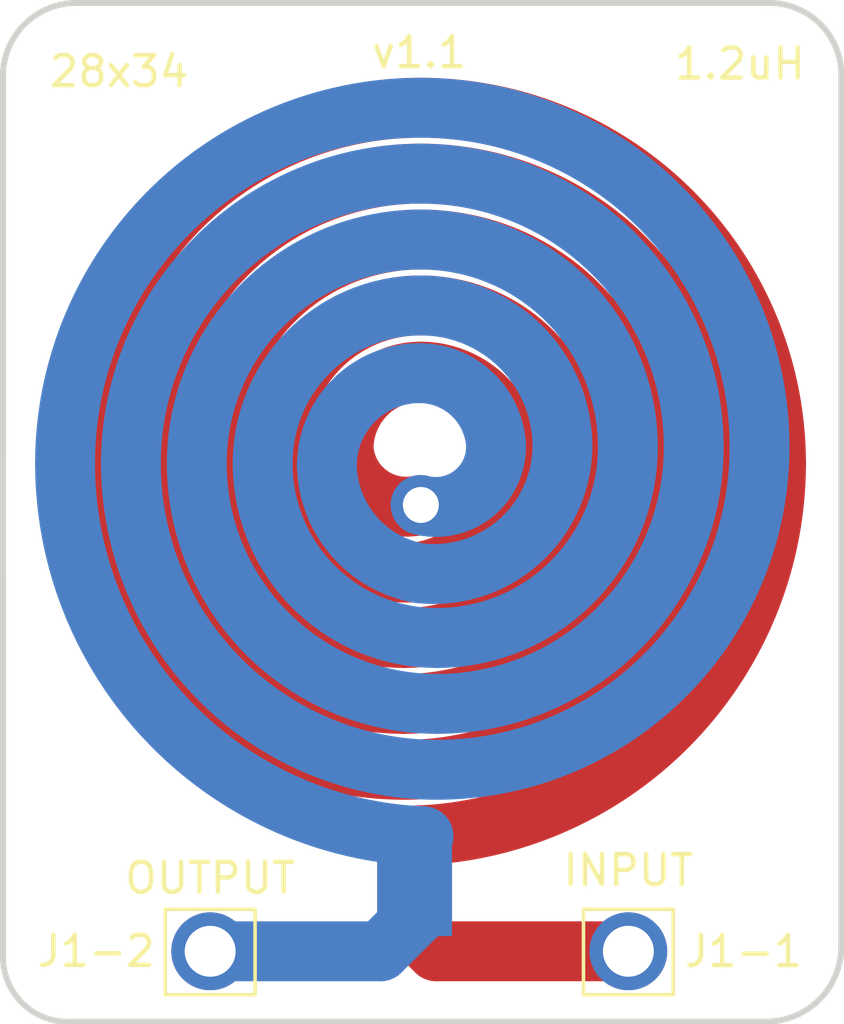
<source format=kicad_pcb>
(kicad_pcb (version 20221018) (generator pcbnew)
  (title_block (title "Q17 1.2uH inductor") (date "2023-05-05") (rev "1.0") (company "PCB design by Stef") (comment 1 "Zize: 35 x 39 mm") (comment 2 "To print in 2 oz."))
  (layers (0 "F.Cu" signal) (31 "B.Cu" signal) (34 "B.Paste" user) (35 "F.Paste" user) (36 "B.SilkS" user "B.Silkscreen") (37 "F.SilkS" user "F.Silkscreen") (38 "B.Mask" user) (39 "F.Mask" user) (44 "Edge.Cuts" user))
  (net 0 "")
  (net 1 "Net-(L1-Pad1)")
  (net 2 "Net-(L1-Pad2)")
  (footprint "Connector_Pin:Pin_D1.4mm_L8.5mm_W2.8mm_FlatFork" (layer "F.Cu") (at 113.03 114.458853)
    (fp_text reference "J1-2" (at -3.810001 -0.004554) (layer "F.SilkS"))
    (fp_text value "OUTPUT")
    (fp_line (start -1.5 -1.4) (end -1.5 1.45) (stroke (width 0.12)) (layer "F.SilkS"))
    (fp_line (start -1.5 -1.4) (end 1.5 -1.4) (stroke (width 0.12)) (layer "F.SilkS"))
    (fp_line (start -1.5 1.45) (end 1.5 1.45) (stroke (width 0.12)) (layer "F.SilkS"))
    (fp_line (start 1.5 -1.4) (end 1.5 1.45) (stroke (width 0.12)) (layer "F.SilkS"))
    (pad "1" thru_hole circle (at 0 0) (size 2.6 2.6) (drill 1.7) (layers "*.Cu" "*.Mask") (net 2 "Net-(L1-Pad2)"))
  )
  (footprint "Q17_Library:L_17.3" (layer "F.Cu") (at 120.057723 98.2 -90)
    (fp_text reference "L1" hide)
    (fp_text value "1u2" hide)
    (fp_arc (start -11.9 0.000002) (mid -8.421893 -8.396891) (end -0.025 -11.874998) (stroke (width 2)) (layer "F.Cu"))
    (fp_arc (start -9.7 0.000002) (mid -6.866258 -6.841256) (end -0.025 -9.674998) (stroke (width 2)) (layer "F.Cu"))
    (fp_arc (start -7.5 0.000002) (mid -5.310623 -5.285621) (end -0.025 -7.474998) (stroke (width 2)) (layer "F.Cu"))
    (fp_arc (start -5.3 0.000002) (mid -3.754988 -3.729986) (end -0.025 -5.274998) (stroke (width 2)) (layer "F.Cu"))
    (fp_arc (start -3.09 -0.01) (mid -2.182936 -2.192936) (end 0 -3.099999) (stroke (width 2)) (layer "F.Cu"))
    (fp_arc (start -0.575 6.925002) (mid -5.471714 4.896716) (end -7.5 0.000002) (stroke (width 2)) (layer "F.Cu"))
    (fp_arc (start -0.575 9.125002) (mid -7.027349 6.452351) (end -9.7 0.000002) (stroke (width 2)) (layer "F.Cu"))
    (fp_arc (start -0.575 11.325002) (mid -8.582984 8.007986) (end -11.9 0.000002) (stroke (width 2)) (layer "F.Cu"))
    (fp_arc (start -0.57 4.74) (mid -3.919337 3.352262) (end -5.3 0.000002) (stroke (width 2)) (layer "F.Cu"))
    (fp_arc (start -0.55 2.57) (mid -2.350994 1.802761) (end -3.09 -0.01) (stroke (width 2)) (layer "F.Cu"))
    (fp_arc (start -0.025 -11.874998) (mid 8.760802 -8.2358) (end 12.4 0.550002) (stroke (width 2)) (layer "F.Cu"))
    (fp_arc (start -0.025 -9.674998) (mid 7.205167 -6.680165) (end 10.2 0.550002) (stroke (width 2)) (layer "F.Cu"))
    (fp_arc (start -0.025 -7.474998) (mid 5.649532 -5.12453) (end 8 0.550002) (stroke (width 2)) (layer "F.Cu"))
    (fp_arc (start -0.025 -5.274998) (mid 4.093897 -3.568895) (end 5.8 0.550002) (stroke (width 2)) (layer "F.Cu"))
    (fp_arc (start 0 -3.1) (mid 2.353464 -2.189658) (end 3.59 0.01) (stroke (width 2)) (layer "F.Cu"))
    (fp_arc (start 1.36 0) (mid 1.005692 1.731429) (end -0.55 2.57) (stroke (width 2)) (layer "F.Cu"))
    (fp_arc (start 3.59 0.01) (mid 2.551621 3.304339) (end -0.59 4.739999) (stroke (width 2)) (layer "F.Cu"))
    (fp_arc (start 5.8 0.550002) (mid 3.932806 5.057808) (end -0.575 6.925002) (stroke (width 2)) (layer "F.Cu"))
    (fp_arc (start 8 0.550002) (mid 5.488441 6.613443) (end -0.575 9.125002) (stroke (width 2)) (layer "F.Cu"))
    (fp_arc (start 10.2 0.550002) (mid 7.044076 8.169078) (end -0.575 11.325002) (stroke (width 2)) (layer "F.Cu"))
    (fp_arc (start -11.9 0.000002) (mid -8.582984 -8.007982) (end -0.575 -11.324998) (stroke (width 2)) (layer "B.Cu"))
    (fp_arc (start -9.7 0.000002) (mid -7.027349 -6.452347) (end -0.575 -9.124998) (stroke (width 2)) (layer "B.Cu"))
    (fp_arc (start -7.5 0.000002) (mid -5.471714 -4.896712) (end -0.575 -6.924998) (stroke (width 2)) (layer "B.Cu"))
    (fp_arc (start -5.3 0.000002) (mid -3.919337 -3.352258) (end -0.57 -4.739996) (stroke (width 2)) (layer "B.Cu"))
    (fp_arc (start -3.04 0.04) (mid -2.357014 -1.704755) (end -0.67 -2.52) (stroke (width 2)) (layer "B.Cu"))
    (fp_arc (start -0.67 -2.52) (mid 0.981558 -1.772783) (end 1.36 0) (stroke (width 2)) (layer "B.Cu"))
    (fp_arc (start -0.59 -4.739994) (mid 2.579336 -3.296939) (end 3.64 0.02) (stroke (width 2)) (layer "B.Cu"))
    (fp_arc (start -0.575 -11.324998) (mid 7.044076 -8.169074) (end 10.2 -0.549998) (stroke (width 2)) (layer "B.Cu"))
    (fp_arc (start -0.575 -9.124998) (mid 5.488441 -6.613439) (end 8 -0.549998) (stroke (width 2)) (layer "B.Cu"))
    (fp_arc (start -0.575 -6.924998) (mid 3.932806 -5.057804) (end 5.8 -0.549998) (stroke (width 2)) (layer "B.Cu"))
    (fp_arc (start -0.025 5.275002) (mid -3.754988 3.72999) (end -5.3 0.000002) (stroke (width 2)) (layer "B.Cu"))
    (fp_arc (start -0.025 7.475002) (mid -5.310623 5.285625) (end -7.5 0.000002) (stroke (width 2)) (layer "B.Cu"))
    (fp_arc (start -0.025 9.675002) (mid -6.866258 6.84126) (end -9.7 0.000002) (stroke (width 2)) (layer "B.Cu"))
    (fp_arc (start -0.025 11.875002) (mid -8.421893 8.396895) (end -11.9 0.000002) (stroke (width 2)) (layer "B.Cu"))
    (fp_arc (start 0.05 3.129999) (mid -2.132936 2.222936) (end -3.04 0.04) (stroke (width 2)) (layer "B.Cu"))
    (fp_arc (start 3.64 0.02) (mid 2.403464 2.219658) (end 0.05 3.13) (stroke (width 2)) (layer "B.Cu"))
    (fp_arc (start 5.8 -0.549998) (mid 4.093897 3.568899) (end -0.025 5.275002) (stroke (width 2)) (layer "B.Cu"))
    (fp_arc (start 8 -0.549998) (mid 5.649532 5.124534) (end -0.025 7.475002) (stroke (width 2)) (layer "B.Cu"))
    (fp_arc (start 10.2 -0.549998) (mid 7.205167 6.680169) (end -0.025 9.675002) (stroke (width 2)) (layer "B.Cu"))
    (fp_arc (start 12.42 -0.1) (mid 8.610374 8.395076) (end -0.025 11.875002) (stroke (width 2)) (layer "B.Cu"))
    (pad "1" smd rect (at 14.25 0.2 90) (size 3 2) (layers "*.Mask" "F.Cu" "F.Paste"))
    (pad "1" smd rect (at 14.25 0.2 90) (size 3 2) (layers "*.Mask" "F.Cu" "F.Paste"))
    (pad "1" smd rect (at 14.25 0.2 90) (size 3 2) (layers "*.Mask" "F.Cu" "F.Paste"))
    (pad "1" smd rect (at 14.25 0.2 90) (size 3 2.5) (layers "*.Mask" "F.Cu" "F.Paste"))
    (pad "2" smd rect (at 14.25 0.2 90) (size 3 2) (layers "B.Cu" "B.Paste" "B.Mask"))
    (pad "2" smd rect (at 14.25 0.2 90) (size 3 2) (layers "B.Cu" "B.Paste" "B.Mask"))
    (pad "2" smd rect (at 14.25 0.2 90) (size 3 2) (layers "B.Cu" "B.Paste" "B.Mask"))
    (pad "2" smd rect (at 14.25 0.2 90) (size 3 2.5) (layers "B.Cu" "B.Paste" "B.Mask"))
    (pad "lc" thru_hole circle (at 1.36 -0.01 90) (size 1.8 1.8) (drill 1.2) (layers "*.Cu" "*.Mask"))
  )
  (footprint "Connector_Pin:Pin_D1.4mm_L8.5mm_W2.8mm_FlatFork" (layer "F.Cu") (at 127 114.458853)
    (fp_text reference "J1-1" (at 3.851417 0.004128) (layer "F.SilkS"))
    (fp_text value "INPUT")
    (fp_line (start -1.5 -1.4) (end -1.5 1.45) (stroke (width 0.12)) (layer "F.SilkS"))
    (fp_line (start -1.5 -1.4) (end 1.5 -1.4) (stroke (width 0.12)) (layer "F.SilkS"))
    (fp_line (start -1.5 1.45) (end 1.5 1.45) (stroke (width 0.12)) (layer "F.SilkS"))
    (fp_line (start 1.5 -1.4) (end 1.5 1.45) (stroke (width 0.12)) (layer "F.SilkS"))
    (pad "1" thru_hole circle (at 0 0) (size 2.6 2.6) (drill 1.7) (layers "*.Cu" "*.Mask") (net 1 "Net-(L1-Pad1)"))
  )
  (gr_line (start 131.680803 82.803887) (end 108.502751 82.804) (stroke (width 0.2)) (layer "Edge.Cuts"))
  (gr_arc (start 106.111615 85.09) (mid 106.86236 83.481719) (end 108.502751 82.804) (stroke (width 0.2)) (layer "Edge.Cuts"))
  (gr_line (start 134.112 85.09) (end 134.112 114.350138) (stroke (width 0.2)) (layer "Edge.Cuts"))
  (gr_line (start 131.684251 116.803851) (end 108.458 116.80361) (stroke (width 0.2)) (layer "Edge.Cuts"))
  (gr_arc (start 134.112 114.350138) (mid 133.388153 116.061837) (end 131.684251 116.803851) (stroke (width 0.2)) (layer "Edge.Cuts"))
  (gr_arc (start 131.680803 82.803887) (mid 133.357835 83.456226) (end 134.112 85.09) (stroke (width 0.2)) (layer "Edge.Cuts"))
  (gr_arc (start 108.458 116.80361) (mid 106.77615 116.209221) (end 106.1112 114.554) (stroke (width 0.2)) (layer "Edge.Cuts"))
  (gr_line (start 106.111615 85.09) (end 106.1112 114.554) (stroke (width 0.2)) (layer "Edge.Cuts"))
  (gr_text "1.2uH" (at 130.725724 84.836) (layer "F.SilkS") (effects (font (size 1 1))))
  (gr_text "OUTPUT" (at 113.03 112.014) (layer "F.SilkS") (effects (font (size 1 1))))
  (gr_text "v1.1" (at 120.015 84.455) (layer "F.SilkS") (effects (font (size 1 1))))
  (gr_text "28x34" (at 109.982 85.09) (layer "F.SilkS") (effects (font (size 1 1))))
  (gr_text "INPUT" (at 127 111.76) (layer "F.SilkS") (effects (font (size 1 1))))
  (segment (start 120.58445 114.458853) (end 127 114.458853) (width 2) (layer "F.Cu") (net 1))
  (segment (start 119.857726 111.364186) (end 119.857726 113.732129) (width 2) (layer "F.Cu") (net 1))
  (segment (start 119.857726 113.732129) (end 120.58445 114.458853) (width 2) (layer "F.Cu") (net 1))
  (segment (start 118.717116 114.458853) (end 119.857726 113.318243) (width 2) (layer "B.Cu") (net 2))
  (segment (start 119.857726 113.318243) (end 119.857726 111.364186) (width 2) (layer "B.Cu") (net 2))
  (segment (start 113.03 114.458853) (end 118.717116 114.458853) (width 2) (layer "B.Cu") (net 2))
)
</source>
